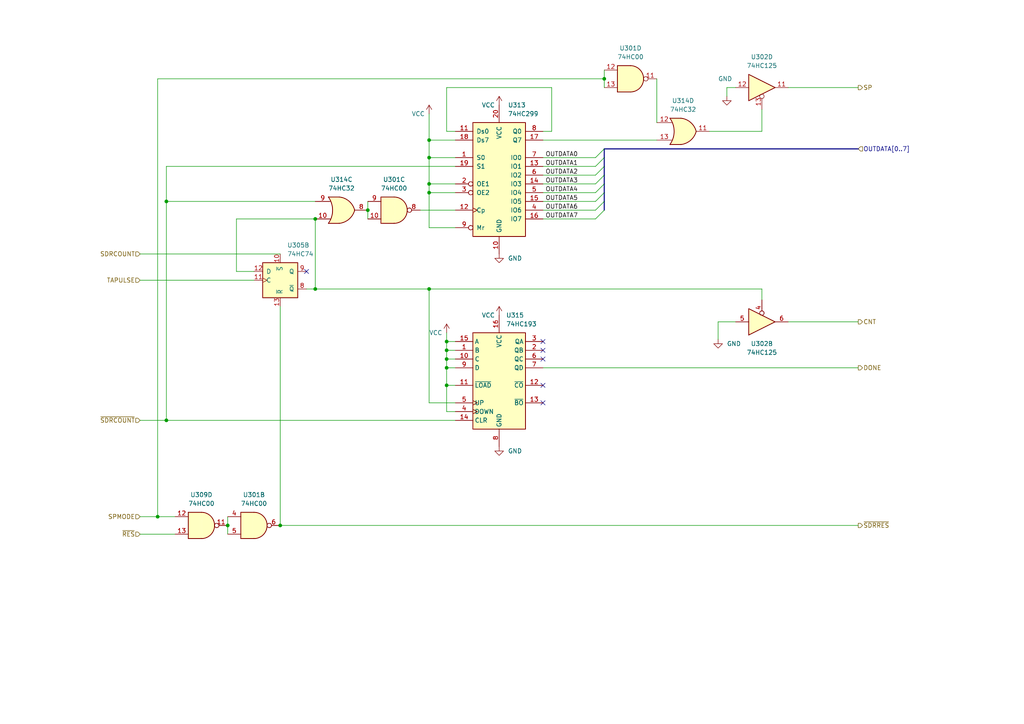
<source format=kicad_sch>
(kicad_sch (version 20211123) (generator eeschema)
  (paper "A4")
  (title_block (title "74HCT6526 Board 3") (date "2022-10-08") (rev "0.1.2") (company "Daniel Molina") (comment 1 "https://github.com/dmolinagarcia/74HCT6526"))
  (lib_symbols
    (symbol "74xx:74HC00" (pin_names (offset 1.016))
      (property "Reference" "U" (at 0 1.27 0))
      (property "Value" "74HC00" (at 0 -1.27 0))
      (symbol "74HC00_1_1"
        (arc (start 0 -3.81) (mid 3.81 0) (end 0 3.81) (stroke (width 0.254)) (fill (type background)))
        (polyline (pts (xy 0 3.81) (xy -3.81 3.81) (xy -3.81 -3.81) (xy 0 -3.81)) (stroke (width 0.254)) (fill (type background)))
        (pin input line (at -7.62 2.54 0) (length 3.81) (name "~") (number "1"))
        (pin input line (at -7.62 -2.54 0) (length 3.81) (name "~") (number "2"))
        (pin output inverted (at 7.62 0 180) (length 3.81) (name "~") (number "3"))
      )
      (symbol "74HC00_1_2"
        (arc (start -3.81 -3.81) (mid -2.589 0) (end -3.81 3.81) (stroke (width 0.254)))
        (arc (start -0.6096 -3.81) (mid 2.1842 -2.5851) (end 3.81 0) (stroke (width 0.254)) (fill (type background)))
        (polyline (pts (xy -3.81 -3.81) (xy -0.635 -3.81)) (stroke (width 0.254)) (fill (type background)))
        (polyline (pts (xy -3.81 3.81) (xy -0.635 3.81)) (stroke (width 0.254)) (fill (type background)))
        (polyline (pts (xy -0.635 3.81) (xy -3.81 3.81) (xy -3.81 3.81) (xy -3.556 3.4036) (xy -3.0226 2.2606) (xy -2.6924 1.0414) (xy -2.6162 -0.254) (xy -2.7686 -1.4986) (xy -3.175 -2.7178) (xy -3.81 -3.81) (xy -3.81 -3.81) (xy -0.635 -3.81)) (stroke (width -25.4)) (fill (type background)))
        (arc (start 3.81 0) (mid 2.1915 2.5936) (end -0.6096 3.81) (stroke (width 0.254)) (fill (type background)))
        (pin input inverted (at -7.62 2.54 0) (length 4.318) (name "~") (number "1"))
        (pin input inverted (at -7.62 -2.54 0) (length 4.318) (name "~") (number "2"))
        (pin output line (at 7.62 0 180) (length 3.81) (name "~") (number "3"))
      )
      (symbol "74HC00_2_1"
        (arc (start 0 -3.81) (mid 3.81 0) (end 0 3.81) (stroke (width 0.254)) (fill (type background)))
        (polyline (pts (xy 0 3.81) (xy -3.81 3.81) (xy -3.81 -3.81) (xy 0 -3.81)) (stroke (width 0.254)) (fill (type background)))
        (pin input line (at -7.62 2.54 0) (length 3.81) (name "~") (number "4"))
        (pin input line (at -7.62 -2.54 0) (length 3.81) (name "~") (number "5"))
        (pin output inverted (at 7.62 0 180) (length 3.81) (name "~") (number "6"))
      )
      (symbol "74HC00_2_2"
        (arc (start -3.81 -3.81) (mid -2.589 0) (end -3.81 3.81) (stroke (width 0.254)))
        (arc (start -0.6096 -3.81) (mid 2.1842 -2.5851) (end 3.81 0) (stroke (width 0.254)) (fill (type background)))
        (polyline (pts (xy -3.81 -3.81) (xy -0.635 -3.81)) (stroke (width 0.254)) (fill (type background)))
        (polyline (pts (xy -3.81 3.81) (xy -0.635 3.81)) (stroke (width 0.254)) (fill (type background)))
        (polyline (pts (xy -0.635 3.81) (xy -3.81 3.81) (xy -3.81 3.81) (xy -3.556 3.4036) (xy -3.0226 2.2606) (xy -2.6924 1.0414) (xy -2.6162 -0.254) (xy -2.7686 -1.4986) (xy -3.175 -2.7178) (xy -3.81 -3.81) (xy -3.81 -3.81) (xy -0.635 -3.81)) (stroke (width -25.4)) (fill (type background)))
        (arc (start 3.81 0) (mid 2.1915 2.5936) (end -0.6096 3.81) (stroke (width 0.254)) (fill (type background)))
        (pin input inverted (at -7.62 2.54 0) (length 4.318) (name "~") (number "4"))
        (pin input inverted (at -7.62 -2.54 0) (length 4.318) (name "~") (number "5"))
        (pin output line (at 7.62 0 180) (length 3.81) (name "~") (number "6"))
      )
      (symbol "74HC00_3_1"
        (arc (start 0 -3.81) (mid 3.81 0) (end 0 3.81) (stroke (width 0.254)) (fill (type background)))
        (polyline (pts (xy 0 3.81) (xy -3.81 3.81) (xy -3.81 -3.81) (xy 0 -3.81)) (stroke (width 0.254)) (fill (type background)))
        (pin input line (at -7.62 -2.54 0) (length 3.81) (name "~") (number "10"))
        (pin output inverted (at 7.62 0 180) (length 3.81) (name "~") (number "8"))
        (pin input line (at -7.62 2.54 0) (length 3.81) (name "~") (number "9"))
      )
      (symbol "74HC00_3_2"
        (arc (start -3.81 -3.81) (mid -2.589 0) (end -3.81 3.81) (stroke (width 0.254)))
        (arc (start -0.6096 -3.81) (mid 2.1842 -2.5851) (end 3.81 0) (stroke (width 0.254)) (fill (type background)))
        (polyline (pts (xy -3.81 -3.81) (xy -0.635 -3.81)) (stroke (width 0.254)) (fill (type background)))
        (polyline (pts (xy -3.81 3.81) (xy -0.635 3.81)) (stroke (width 0.254)) (fill (type background)))
        (polyline (pts (xy -0.635 3.81) (xy -3.81 3.81) (xy -3.81 3.81) (xy -3.556 3.4036) (xy -3.0226 2.2606) (xy -2.6924 1.0414) (xy -2.6162 -0.254) (xy -2.7686 -1.4986) (xy -3.175 -2.7178) (xy -3.81 -3.81) (xy -3.81 -3.81) (xy -0.635 -3.81)) (stroke (width -25.4)) (fill (type background)))
        (arc (start 3.81 0) (mid 2.1915 2.5936) (end -0.6096 3.81) (stroke (width 0.254)) (fill (type background)))
        (pin input inverted (at -7.62 -2.54 0) (length 4.318) (name "~") (number "10"))
        (pin output line (at 7.62 0 180) (length 3.81) (name "~") (number "8"))
        (pin input inverted (at -7.62 2.54 0) (length 4.318) (name "~") (number "9"))
      )
      (symbol "74HC00_4_1"
        (arc (start 0 -3.81) (mid 3.81 0) (end 0 3.81) (stroke (width 0.254)) (fill (type background)))
        (polyline (pts (xy 0 3.81) (xy -3.81 3.81) (xy -3.81 -3.81) (xy 0 -3.81)) (stroke (width 0.254)) (fill (type background)))
        (pin output inverted (at 7.62 0 180) (length 3.81) (name "~") (number "11"))
        (pin input line (at -7.62 2.54 0) (length 3.81) (name "~") (number "12"))
        (pin input line (at -7.62 -2.54 0) (length 3.81) (name "~") (number "13"))
      )
      (symbol "74HC00_4_2"
        (arc (start -3.81 -3.81) (mid -2.589 0) (end -3.81 3.81) (stroke (width 0.254)))
        (arc (start -0.6096 -3.81) (mid 2.1842 -2.5851) (end 3.81 0) (stroke (width 0.254)) (fill (type background)))
        (polyline (pts (xy -3.81 -3.81) (xy -0.635 -3.81)) (stroke (width 0.254)) (fill (type background)))
        (polyline (pts (xy -3.81 3.81) (xy -0.635 3.81)) (stroke (width 0.254)) (fill (type background)))
        (polyline (pts (xy -0.635 3.81) (xy -3.81 3.81) (xy -3.81 3.81) (xy -3.556 3.4036) (xy -3.0226 2.2606) (xy -2.6924 1.0414) (xy -2.6162 -0.254) (xy -2.7686 -1.4986) (xy -3.175 -2.7178) (xy -3.81 -3.81) (xy -3.81 -3.81) (xy -0.635 -3.81)) (stroke (width -25.4)) (fill (type background)))
        (arc (start 3.81 0) (mid 2.1915 2.5936) (end -0.6096 3.81) (stroke (width 0.254)) (fill (type background)))
        (pin output line (at 7.62 0 180) (length 3.81) (name "~") (number "11"))
        (pin input inverted (at -7.62 2.54 0) (length 4.318) (name "~") (number "12"))
        (pin input inverted (at -7.62 -2.54 0) (length 4.318) (name "~") (number "13"))
      )
      (symbol "74HC00_5_0"
        (pin power_in line (at 0 12.7 270) (length 5.08) (name "VCC") (number "14"))
        (pin power_in line (at 0 -12.7 90) (length 5.08) (name "GND") (number "7"))
      )
      (symbol "74HC00_5_1"
        (rectangle (start -5.08 7.62) (end 5.08 -7.62) (stroke (width 0.254)) (fill (type background)))
      )
    )
    (symbol "74xx:74HC74" (pin_names (offset 1.016))
      (property "Reference" "U" (at -7.62 8.89 0))
      (property "Value" "74HC74" (at -7.62 -8.89 0))
      (symbol "74HC74_1_0"
        (pin input line (at 0 -7.62 90) (length 2.54) (name "~{R}") (number "1"))
        (pin input line (at -7.62 2.54 0) (length 2.54) (name "D") (number "2"))
        (pin input clock (at -7.62 0 0) (length 2.54) (name "C") (number "3"))
        (pin input line (at 0 7.62 270) (length 2.54) (name "~{S}") (number "4"))
        (pin output line (at 7.62 2.54 180) (length 2.54) (name "Q") (number "5"))
        (pin output line (at 7.62 -2.54 180) (length 2.54) (name "~{Q}") (number "6"))
      )
      (symbol "74HC74_1_1"
        (rectangle (start -5.08 5.08) (end 5.08 -5.08) (stroke (width 0.254)) (fill (type background)))
      )
      (symbol "74HC74_2_0"
        (pin input line (at 0 7.62 270) (length 2.54) (name "~{S}") (number "10"))
        (pin input clock (at -7.62 0 0) (length 2.54) (name "C") (number "11"))
        (pin input line (at -7.62 2.54 0) (length 2.54) (name "D") (number "12"))
        (pin input line (at 0 -7.62 90) (length 2.54) (name "~{R}") (number "13"))
        (pin output line (at 7.62 -2.54 180) (length 2.54) (name "~{Q}") (number "8"))
        (pin output line (at 7.62 2.54 180) (length 2.54) (name "Q") (number "9"))
      )
      (symbol "74HC74_2_1"
        (rectangle (start -5.08 5.08) (end 5.08 -5.08) (stroke (width 0.254)) (fill (type background)))
      )
      (symbol "74HC74_3_0"
        (pin power_in line (at 0 10.16 270) (length 2.54) (name "VCC") (number "14"))
        (pin power_in line (at 0 -10.16 90) (length 2.54) (name "GND") (number "7"))
      )
      (symbol "74HC74_3_1"
        (rectangle (start -5.08 7.62) (end 5.08 -7.62) (stroke (width 0.254)) (fill (type background)))
      )
    )
    (symbol "74xx:74LS125" (pin_names (offset 1.016))
      (property "Reference" "U" (at 0 1.27 0))
      (property "Value" "74LS125" (at 0 -1.27 0))
      (symbol "74LS125_1_0"
        (polyline (pts (xy -3.81 3.81) (xy -3.81 -3.81) (xy 3.81 0) (xy -3.81 3.81)) (stroke (width 0.254)) (fill (type background)))
        (pin input inverted (at 0 -6.35 90) (length 4.445) (name "~") (number "1"))
        (pin input line (at -7.62 0 0) (length 3.81) (name "~") (number "2"))
        (pin tri_state line (at 7.62 0 180) (length 3.81) (name "~") (number "3"))
      )
      (symbol "74LS125_2_0"
        (polyline (pts (xy -3.81 3.81) (xy -3.81 -3.81) (xy 3.81 0) (xy -3.81 3.81)) (stroke (width 0.254)) (fill (type background)))
        (pin input inverted (at 0 -6.35 90) (length 4.445) (name "~") (number "4"))
        (pin input line (at -7.62 0 0) (length 3.81) (name "~") (number "5"))
        (pin tri_state line (at 7.62 0 180) (length 3.81) (name "~") (number "6"))
      )
      (symbol "74LS125_3_0"
        (polyline (pts (xy -3.81 3.81) (xy -3.81 -3.81) (xy 3.81 0) (xy -3.81 3.81)) (stroke (width 0.254)) (fill (type background)))
        (pin input inverted (at 0 -6.35 90) (length 4.445) (name "~") (number "10"))
        (pin tri_state line (at 7.62 0 180) (length 3.81) (name "~") (number "8"))
        (pin input line (at -7.62 0 0) (length 3.81) (name "~") (number "9"))
      )
      (symbol "74LS125_4_0"
        (polyline (pts (xy -3.81 3.81) (xy -3.81 -3.81) (xy 3.81 0) (xy -3.81 3.81)) (stroke (width 0.254)) (fill (type background)))
        (pin tri_state line (at 7.62 0 180) (length 3.81) (name "~") (number "11"))
        (pin input line (at -7.62 0 0) (length 3.81) (name "~") (number "12"))
        (pin input inverted (at 0 -6.35 90) (length 4.445) (name "~") (number "13"))
      )
      (symbol "74LS125_5_0"
        (pin power_in line (at 0 12.7 270) (length 5.08) (name "VCC") (number "14"))
        (pin power_in line (at 0 -12.7 90) (length 5.08) (name "GND") (number "7"))
      )
      (symbol "74LS125_5_1"
        (rectangle (start -5.08 7.62) (end 5.08 -7.62) (stroke (width 0.254)) (fill (type background)))
      )
    )
    (symbol "74xx:74LS193"
      (property "Reference" "U" (at -7.62 13.97 0))
      (property "Value" "74LS193" (at 5.08 13.97 0))
      (symbol "74LS193_1_0"
        (pin input line (at -12.7 7.62 0) (length 5.08) (name "B") (number "1"))
        (pin input line (at -12.7 5.08 0) (length 5.08) (name "C") (number "10"))
        (pin input line (at -12.7 -2.54 0) (length 5.08) (name "~{LOAD}") (number "11"))
        (pin output line (at 12.7 -2.54 180) (length 5.08) (name "~{CO}") (number "12"))
        (pin output line (at 12.7 -7.62 180) (length 5.08) (name "~{BO}") (number "13"))
        (pin input line (at -12.7 -12.7 0) (length 5.08) (name "CLR") (number "14"))
        (pin input line (at -12.7 10.16 0) (length 5.08) (name "A") (number "15"))
        (pin power_in line (at 0 17.78 270) (length 5.08) (name "VCC") (number "16"))
        (pin output line (at 12.7 7.62 180) (length 5.08) (name "QB") (number "2"))
        (pin output line (at 12.7 10.16 180) (length 5.08) (name "QA") (number "3"))
        (pin input clock (at -12.7 -10.16 0) (length 5.08) (name "DOWN") (number "4"))
        (pin input clock (at -12.7 -7.62 0) (length 5.08) (name "UP") (number "5"))
        (pin output line (at 12.7 5.08 180) (length 5.08) (name "QC") (number "6"))
        (pin output line (at 12.7 2.54 180) (length 5.08) (name "QD") (number "7"))
        (pin power_in line (at 0 -20.32 90) (length 5.08) (name "GND") (number "8"))
        (pin input line (at -12.7 2.54 0) (length 5.08) (name "D") (number "9"))
      )
      (symbol "74LS193_1_1"
        (rectangle (start -7.62 12.7) (end 7.62 -15.24) (stroke (width 0.254)) (fill (type background)))
      )
    )
    (symbol "74xx:74LS299" (pin_names (offset 1.016))
      (property "Reference" "U" (at -7.62 16.51 0))
      (property "Value" "74LS299" (at -7.62 -19.05 0))
      (symbol "74LS299_1_0"
        (pin input line (at -12.7 5.08 0) (length 5.08) (name "S0") (number "1"))
        (pin power_in line (at 0 -22.86 90) (length 5.08) (name "GND") (number "10"))
        (pin input line (at -12.7 12.7 0) (length 5.08) (name "Ds0") (number "11"))
        (pin input clock (at -12.7 -10.16 0) (length 5.08) (name "Cp") (number "12"))
        (pin tri_state line (at 12.7 2.54 180) (length 5.08) (name "IO1") (number "13"))
        (pin tri_state line (at 12.7 -2.54 180) (length 5.08) (name "IO3") (number "14"))
        (pin tri_state line (at 12.7 -7.62 180) (length 5.08) (name "IO5") (number "15"))
        (pin tri_state line (at 12.7 -12.7 180) (length 5.08) (name "IO7") (number "16"))
        (pin output line (at 12.7 10.16 180) (length 5.08) (name "Q7") (number "17"))
        (pin input line (at -12.7 10.16 0) (length 5.08) (name "Ds7") (number "18"))
        (pin input line (at -12.7 2.54 0) (length 5.08) (name "S1") (number "19"))
        (pin input inverted (at -12.7 -2.54 0) (length 5.08) (name "OE1") (number "2"))
        (pin power_in line (at 0 20.32 270) (length 5.08) (name "VCC") (number "20"))
        (pin input inverted (at -12.7 -5.08 0) (length 5.08) (name "OE2") (number "3"))
        (pin tri_state line (at 12.7 -10.16 180) (length 5.08) (name "IO6") (number "4"))
        (pin tri_state line (at 12.7 -5.08 180) (length 5.08) (name "IO4") (number "5"))
        (pin tri_state line (at 12.7 0 180) (length 5.08) (name "IO2") (number "6"))
        (pin tri_state line (at 12.7 5.08 180) (length 5.08) (name "IO0") (number "7"))
        (pin output line (at 12.7 12.7 180) (length 5.08) (name "Q0") (number "8"))
        (pin input inverted (at -12.7 -15.24 0) (length 5.08) (name "Mr") (number "9"))
      )
      (symbol "74LS299_1_1"
        (rectangle (start -7.62 15.24) (end 7.62 -17.78) (stroke (width 0.254)) (fill (type background)))
      )
    )
    (symbol "74xx:74LS32" (pin_names (offset 1.016))
      (property "Reference" "U" (at 0 1.27 0))
      (property "Value" "74LS32" (at 0 -1.27 0))
      (symbol "74LS32_1_1"
        (arc (start -3.81 -3.81) (mid -2.589 0) (end -3.81 3.81) (stroke (width 0.254)))
        (arc (start -0.6096 -3.81) (mid 2.1842 -2.5851) (end 3.81 0) (stroke (width 0.254)) (fill (type background)))
        (polyline (pts (xy -3.81 -3.81) (xy -0.635 -3.81)) (stroke (width 0.254)) (fill (type background)))
        (polyline (pts (xy -3.81 3.81) (xy -0.635 3.81)) (stroke (width 0.254)) (fill (type background)))
        (polyline (pts (xy -0.635 3.81) (xy -3.81 3.81) (xy -3.81 3.81) (xy -3.556 3.4036) (xy -3.0226 2.2606) (xy -2.6924 1.0414) (xy -2.6162 -0.254) (xy -2.7686 -1.4986) (xy -3.175 -2.7178) (xy -3.81 -3.81) (xy -3.81 -3.81) (xy -0.635 -3.81)) (stroke (width -25.4)) (fill (type background)))
        (arc (start 3.81 0) (mid 2.1915 2.5936) (end -0.6096 3.81) (stroke (width 0.254)) (fill (type background)))
        (pin input line (at -7.62 2.54 0) (length 4.318) (name "~") (number "1"))
        (pin input line (at -7.62 -2.54 0) (length 4.318) (name "~") (number "2"))
        (pin output line (at 7.62 0 180) (length 3.81) (name "~") (number "3"))
      )
      (symbol "74LS32_1_2"
        (arc (start 0 -3.81) (mid 3.81 0) (end 0 3.81) (stroke (width 0.254)) (fill (type background)))
        (polyline (pts (xy 0 3.81) (xy -3.81 3.81) (xy -3.81 -3.81) (xy 0 -3.81)) (stroke (width 0.254)) (fill (type background)))
        (pin input inverted (at -7.62 2.54 0) (length 3.81) (name "~") (number "1"))
        (pin input inverted (at -7.62 -2.54 0) (length 3.81) (name "~") (number "2"))
        (pin output inverted (at 7.62 0 180) (length 3.81) (name "~") (number "3"))
      )
      (symbol "74LS32_2_1"
        (arc (start -3.81 -3.81) (mid -2.589 0) (end -3.81 3.81) (stroke (width 0.254)))
        (arc (start -0.6096 -3.81) (mid 2.1842 -2.5851) (end 3.81 0) (stroke (width 0.254)) (fill (type background)))
        (polyline (pts (xy -3.81 -3.81) (xy -0.635 -3.81)) (stroke (width 0.254)) (fill (type background)))
        (polyline (pts (xy -3.81 3.81) (xy -0.635 3.81)) (stroke (width 0.254)) (fill (type background)))
        (polyline (pts (xy -0.635 3.81) (xy -3.81 3.81) (xy -3.81 3.81) (xy -3.556 3.4036) (xy -3.0226 2.2606) (xy -2.6924 1.0414) (xy -2.6162 -0.254) (xy -2.7686 -1.4986) (xy -3.175 -2.7178) (xy -3.81 -3.81) (xy -3.81 -3.81) (xy -0.635 -3.81)) (stroke (width -25.4)) (fill (type background)))
        (arc (start 3.81 0) (mid 2.1915 2.5936) (end -0.6096 3.81) (stroke (width 0.254)) (fill (type background)))
        (pin input line (at -7.62 2.54 0) (length 4.318) (name "~") (number "4"))
        (pin input line (at -7.62 -2.54 0) (length 4.318) (name "~") (number "5"))
        (pin output line (at 7.62 0 180) (length 3.81) (name "~") (number "6"))
      )
      (symbol "74LS32_2_2"
        (arc (start 0 -3.81) (mid 3.81 0) (end 0 3.81) (stroke (width 0.254)) (fill (type background)))
        (polyline (pts (xy 0 3.81) (xy -3.81 3.81) (xy -3.81 -3.81) (xy 0 -3.81)) (stroke (width 0.254)) (fill (type background)))
        (pin input inverted (at -7.62 2.54 0) (length 3.81) (name "~") (number "4"))
        (pin input inverted (at -7.62 -2.54 0) (length 3.81) (name "~") (number "5"))
        (pin output inverted (at 7.62 0 180) (length 3.81) (name "~") (number "6"))
      )
      (symbol "74LS32_3_1"
        (arc (start -3.81 -3.81) (mid -2.589 0) (end -3.81 3.81) (stroke (width 0.254)))
        (arc (start -0.6096 -3.81) (mid 2.1842 -2.5851) (end 3.81 0) (stroke (width 0.254)) (fill (type background)))
        (polyline (pts (xy -3.81 -3.81) (xy -0.635 -3.81)) (stroke (width 0.254)) (fill (type background)))
        (polyline (pts (xy -3.81 3.81) (xy -0.635 3.81)) (stroke (width 0.254)) (fill (type background)))
        (polyline (pts (xy -0.635 3.81) (xy -3.81 3.81) (xy -3.81 3.81) (xy -3.556 3.4036) (xy -3.0226 2.2606) (xy -2.6924 1.0414) (xy -2.6162 -0.254) (xy -2.7686 -1.4986) (xy -3.175 -2.7178) (xy -3.81 -3.81) (xy -3.81 -3.81) (xy -0.635 -3.81)) (stroke (width -25.4)) (fill (type background)))
        (arc (start 3.81 0) (mid 2.1915 2.5936) (end -0.6096 3.81) (stroke (width 0.254)) (fill (type background)))
        (pin input line (at -7.62 -2.54 0) (length 4.318) (name "~") (number "10"))
        (pin output line (at 7.62 0 180) (length 3.81) (name "~") (number "8"))
        (pin input line (at -7.62 2.54 0) (length 4.318) (name "~") (number "9"))
      )
      (symbol "74LS32_3_2"
        (arc (start 0 -3.81) (mid 3.81 0) (end 0 3.81) (stroke (width 0.254)) (fill (type background)))
        (polyline (pts (xy 0 3.81) (xy -3.81 3.81) (xy -3.81 -3.81) (xy 0 -3.81)) (stroke (width 0.254)) (fill (type background)))
        (pin input inverted (at -7.62 -2.54 0) (length 3.81) (name "~") (number "10"))
        (pin output inverted (at 7.62 0 180) (length 3.81) (name "~") (number "8"))
        (pin input inverted (at -7.62 2.54 0) (length 3.81) (name "~") (number "9"))
      )
      (symbol "74LS32_4_1"
        (arc (start -3.81 -3.81) (mid -2.589 0) (end -3.81 3.81) (stroke (width 0.254)))
        (arc (start -0.6096 -3.81) (mid 2.1842 -2.5851) (end 3.81 0) (stroke (width 0.254)) (fill (type background)))
        (polyline (pts (xy -3.81 -3.81) (xy -0.635 -3.81)) (stroke (width 0.254)) (fill (type background)))
        (polyline (pts (xy -3.81 3.81) (xy -0.635 3.81)) (stroke (width 0.254)) (fill (type background)))
        (polyline (pts (xy -0.635 3.81) (xy -3.81 3.81) (xy -3.81 3.81) (xy -3.556 3.4036) (xy -3.0226 2.2606) (xy -2.6924 1.0414) (xy -2.6162 -0.254) (xy -2.7686 -1.4986) (xy -3.175 -2.7178) (xy -3.81 -3.81) (xy -3.81 -3.81) (xy -0.635 -3.81)) (stroke (width -25.4)) (fill (type background)))
        (arc (start 3.81 0) (mid 2.1915 2.5936) (end -0.6096 3.81) (stroke (width 0.254)) (fill (type background)))
        (pin output line (at 7.62 0 180) (length 3.81) (name "~") (number "11"))
        (pin input line (at -7.62 2.54 0) (length 4.318) (name "~") (number "12"))
        (pin input line (at -7.62 -2.54 0) (length 4.318) (name "~") (number "13"))
      )
      (symbol "74LS32_4_2"
        (arc (start 0 -3.81) (mid 3.81 0) (end 0 3.81) (stroke (width 0.254)) (fill (type background)))
        (polyline (pts (xy 0 3.81) (xy -3.81 3.81) (xy -3.81 -3.81) (xy 0 -3.81)) (stroke (width 0.254)) (fill (type background)))
        (pin output inverted (at 7.62 0 180) (length 3.81) (name "~") (number "11"))
        (pin input inverted (at -7.62 2.54 0) (length 3.81) (name "~") (number "12"))
        (pin input inverted (at -7.62 -2.54 0) (length 3.81) (name "~") (number "13"))
      )
      (symbol "74LS32_5_0"
        (pin power_in line (at 0 12.7 270) (length 5.08) (name "VCC") (number "14"))
        (pin power_in line (at 0 -12.7 90) (length 5.08) (name "GND") (number "7"))
      )
      (symbol "74LS32_5_1"
        (rectangle (start -5.08 7.62) (end 5.08 -7.62) (stroke (width 0.254)) (fill (type background)))
      )
    )
    (symbol "power:GND" (power) (pin_names (offset 0))
      (property "Value" "GND" (at 0 -3.81 0))
      (symbol "GND_0_1"
        (polyline (pts (xy 0 0) (xy 0 -1.27) (xy 1.27 -1.27) (xy 0 -2.54) (xy -1.27 -1.27) (xy 0 -1.27)))
      )
      (symbol "GND_1_1"
        (pin power_in line (at 0 0 270) (length 0) hide (name "GND") (number "1"))
      )
    )
    (symbol "power:VCC" (power) (pin_names (offset 0))
      (property "Value" "VCC" (at 0 3.81 0))
      (symbol "VCC_0_1"
        (polyline (pts (xy -0.762 1.27) (xy 0 2.54)))
        (polyline (pts (xy 0 0) (xy 0 2.54)))
        (polyline (pts (xy 0 2.54) (xy 0.762 1.27)))
      )
      (symbol "VCC_1_1"
        (pin power_in line (at 0 0 90) (length 0) hide (name "VCC") (number "1"))
      )
    )
  )
  (junction (at 175.26 22.86))
  (junction (at 48.26 121.92))
  (junction (at 129.54 111.76))
  (junction (at 66.04 152.4))
  (junction (at 124.46 40.64))
  (junction (at 91.44 83.82))
  (junction (at 129.54 104.14))
  (junction (at 129.54 99.06))
  (junction (at 91.44 63.5))
  (junction (at 45.72 149.86))
  (junction (at 124.46 55.88))
  (junction (at 81.28 152.4))
  (junction (at 124.46 83.82))
  (junction (at 129.54 106.68))
  (junction (at 48.26 58.42))
  (junction (at 106.68 60.96))
  (junction (at 124.46 45.72))
  (junction (at 124.46 53.34))
  (junction (at 129.54 101.6))
  (no_connect (at 88.9 78.74))
  (no_connect (at 157.48 101.6))
  (no_connect (at 157.48 104.14))
  (no_connect (at 157.48 111.76))
  (no_connect (at 157.48 116.84))
  (no_connect (at 157.48 99.06))
  (bus_entry (at 172.72 45.72) (size 2.54 -2.54))
  (bus_entry (at 172.72 55.88) (size 2.54 -2.54))
  (bus_entry (at 172.72 63.5) (size 2.54 -2.54))
  (bus_entry (at 172.72 53.34) (size 2.54 -2.54))
  (bus_entry (at 172.72 58.42) (size 2.54 -2.54))
  (bus_entry (at 172.72 50.8) (size 2.54 -2.54))
  (bus_entry (at 172.72 60.96) (size 2.54 -2.54))
  (bus_entry (at 172.72 48.26) (size 2.54 -2.54))
  (wire (pts (xy 124.46 33.02) (xy 124.46 40.64)))
  (wire (pts (xy 124.46 53.34) (xy 124.46 45.72)))
  (wire (pts (xy 68.58 78.74) (xy 68.58 63.5)))
  (wire (pts (xy 205.74 38.1) (xy 220.98 38.1)))
  (wire (pts (xy 157.48 58.42) (xy 172.72 58.42)))
  (wire (pts (xy 220.98 83.82) (xy 220.98 86.995)))
  (wire (pts (xy 132.08 53.34) (xy 124.46 53.34)))
  (wire (pts (xy 121.92 60.96) (xy 132.08 60.96)))
  (wire (pts (xy 160.02 38.1) (xy 157.48 38.1)))
  (wire (pts (xy 129.54 104.14) (xy 132.08 104.14)))
  (wire (pts (xy 228.6 25.4) (xy 248.92 25.4)))
  (wire (pts (xy 124.46 40.64) (xy 124.46 45.72)))
  (bus (pts (xy 175.26 55.88) (xy 175.26 58.42)))
  (wire (pts (xy 157.48 60.96) (xy 172.72 60.96)))
  (wire (pts (xy 129.54 119.38) (xy 132.08 119.38)))
  (wire (pts (xy 81.28 88.9) (xy 81.28 152.4)))
  (wire (pts (xy 213.36 25.4) (xy 210.82 25.4)))
  (wire (pts (xy 91.44 58.42) (xy 48.26 58.42)))
  (wire (pts (xy 124.46 83.82) (xy 124.46 116.84)))
  (wire (pts (xy 175.26 22.86) (xy 45.72 22.86)))
  (wire (pts (xy 129.54 99.06) (xy 132.08 99.06)))
  (wire (pts (xy 157.48 50.8) (xy 172.72 50.8)))
  (wire (pts (xy 208.28 93.345) (xy 208.28 98.425)))
  (wire (pts (xy 40.64 149.86) (xy 45.72 149.86)))
  (bus (pts (xy 175.26 58.42) (xy 175.26 60.96)))
  (wire (pts (xy 175.26 20.32) (xy 175.26 22.86)))
  (wire (pts (xy 175.26 22.86) (xy 175.26 25.4)))
  (wire (pts (xy 129.54 106.68) (xy 129.54 111.76)))
  (bus (pts (xy 175.26 53.34) (xy 175.26 55.88)))
  (wire (pts (xy 81.28 152.4) (xy 248.92 152.4)))
  (wire (pts (xy 124.46 116.84) (xy 132.08 116.84)))
  (wire (pts (xy 124.46 55.88) (xy 124.46 53.34)))
  (wire (pts (xy 106.68 58.42) (xy 106.68 60.96)))
  (wire (pts (xy 157.48 48.26) (xy 172.72 48.26)))
  (wire (pts (xy 124.46 83.82) (xy 220.98 83.82)))
  (wire (pts (xy 157.48 40.64) (xy 190.5 40.64)))
  (wire (pts (xy 129.54 111.76) (xy 132.08 111.76)))
  (wire (pts (xy 228.6 93.345) (xy 248.92 93.345)))
  (wire (pts (xy 40.64 73.66) (xy 81.28 73.66)))
  (wire (pts (xy 132.08 66.04) (xy 124.46 66.04)))
  (wire (pts (xy 66.04 152.4) (xy 66.04 149.86)))
  (wire (pts (xy 88.9 83.82) (xy 91.44 83.82)))
  (wire (pts (xy 129.54 101.6) (xy 132.08 101.6)))
  (wire (pts (xy 129.54 111.76) (xy 129.54 119.38)))
  (wire (pts (xy 160.02 25.4) (xy 160.02 38.1)))
  (wire (pts (xy 48.26 121.92) (xy 132.08 121.92)))
  (wire (pts (xy 40.64 81.28) (xy 73.66 81.28)))
  (wire (pts (xy 157.48 55.88) (xy 172.72 55.88)))
  (wire (pts (xy 157.48 63.5) (xy 172.72 63.5)))
  (wire (pts (xy 124.46 66.04) (xy 124.46 55.88)))
  (wire (pts (xy 129.54 96.52) (xy 129.54 99.06)))
  (wire (pts (xy 132.08 38.1) (xy 129.54 38.1)))
  (wire (pts (xy 106.68 60.96) (xy 106.68 63.5)))
  (wire (pts (xy 40.64 154.94) (xy 50.8 154.94)))
  (wire (pts (xy 48.26 58.42) (xy 48.26 121.92)))
  (bus (pts (xy 175.26 48.26) (xy 175.26 50.8)))
  (wire (pts (xy 129.54 104.14) (xy 129.54 106.68)))
  (wire (pts (xy 91.44 63.5) (xy 91.44 83.82)))
  (wire (pts (xy 91.44 83.82) (xy 124.46 83.82)))
  (wire (pts (xy 66.04 152.4) (xy 66.04 154.94)))
  (wire (pts (xy 73.66 78.74) (xy 68.58 78.74)))
  (wire (pts (xy 220.98 31.75) (xy 220.98 38.1)))
  (wire (pts (xy 124.46 45.72) (xy 132.08 45.72)))
  (wire (pts (xy 129.54 99.06) (xy 129.54 101.6)))
  (wire (pts (xy 45.72 22.86) (xy 45.72 149.86)))
  (bus (pts (xy 175.26 43.18) (xy 175.26 45.72)))
  (bus (pts (xy 175.26 50.8) (xy 175.26 53.34)))
  (wire (pts (xy 132.08 48.26) (xy 48.26 48.26)))
  (wire (pts (xy 124.46 40.64) (xy 132.08 40.64)))
  (wire (pts (xy 129.54 25.4) (xy 160.02 25.4)))
  (wire (pts (xy 40.64 121.92) (xy 48.26 121.92)))
  (wire (pts (xy 157.48 45.72) (xy 172.72 45.72)))
  (wire (pts (xy 190.5 22.86) (xy 190.5 35.56)))
  (wire (pts (xy 132.08 55.88) (xy 124.46 55.88)))
  (wire (pts (xy 129.54 106.68) (xy 132.08 106.68)))
  (wire (pts (xy 45.72 149.86) (xy 50.8 149.86)))
  (wire (pts (xy 210.82 25.4) (xy 210.82 27.94)))
  (wire (pts (xy 157.48 106.68) (xy 248.92 106.68)))
  (wire (pts (xy 157.48 53.34) (xy 172.72 53.34)))
  (wire (pts (xy 68.58 63.5) (xy 91.44 63.5)))
  (wire (pts (xy 129.54 38.1) (xy 129.54 25.4)))
  (wire (pts (xy 48.26 48.26) (xy 48.26 58.42)))
  (wire (pts (xy 213.36 93.345) (xy 208.28 93.345)))
  (bus (pts (xy 175.26 43.18) (xy 248.92 43.18)))
  (wire (pts (xy 129.54 101.6) (xy 129.54 104.14)))
  (bus (pts (xy 175.26 45.72) (xy 175.26 48.26)))
  (label "OUTDATA7" (at 167.64 63.5 180))
  (label "OUTDATA6" (at 167.64 60.96 180))
  (label "OUTDATA4" (at 167.64 55.88 180))
  (label "OUTDATA1" (at 167.64 48.26 180))
  (label "OUTDATA5" (at 167.64 58.42 180))
  (label "OUTDATA3" (at 167.64 53.34 180))
  (label "OUTDATA2" (at 167.64 50.8 180))
  (label "OUTDATA0" (at 167.64 45.72 180))
  (hierarchical_label "~{RES}" (shape input) (at 40.64 154.94 180))
  (hierarchical_label "OUTDATA[0..7]" (shape input) (at 248.92 43.18 0))
  (hierarchical_label "~{SDRCOUNT}" (shape input) (at 40.64 121.92 180))
  (hierarchical_label "SP" (shape output) (at 248.92 25.4 0))
  (hierarchical_label "SDRCOUNT" (shape input) (at 40.64 73.66 180))
  (hierarchical_label "CNT" (shape output) (at 248.92 93.345 0))
  (hierarchical_label "DONE" (shape output) (at 248.92 106.68 0))
  (hierarchical_label "SPMODE" (shape input) (at 40.64 149.86 180))
  (hierarchical_label "~{SDRRES}" (shape output) (at 248.92 152.4 0))
  (hierarchical_label "TAPULSE" (shape input) (at 40.64 81.28 180))
  (symbol (lib_id "74xx:74LS193") (at 144.78 109.22 0) (unit 1)
    (property "Reference" "U315" (at 146.7994 91.44 0) (effects (justify left)))
    (property "Value" "74HC193" (at 146.7994 93.98 0) (effects (justify left)))
    (property "Footprint" "Package_SO:SO-16_3.9x9.9mm_P1.27mm" (effects hide))
    (property "Datasheet" "http://www.ti.com/lit/ds/symlink/sn74ls193.pdf" (effects hide))
  )
  (symbol (lib_id "74xx:74HC00") (at 114.3 60.96 0) (unit 3)
    (property "Reference" "U301" (at 114.3 52.07 0))
    (property "Value" "74HC00" (at 114.3 54.61 0))
    (property "Footprint" "Package_SO:SO-14_3.9x8.65mm_P1.27mm" (effects hide))
    (property "Datasheet" "http://www.ti.com/lit/gpn/sn74hc00" (effects hide))
  )
  (symbol (lib_id "74xx:74HC74") (at 81.28 81.28 0) (unit 2)
    (property "Reference" "U305" (at 83.2994 71.12 0) (effects (justify left)))
    (property "Value" "74HC74" (at 83.2994 73.66 0) (effects (justify left)))
    (property "Footprint" "Package_SO:SO-14_3.9x8.65mm_P1.27mm" (effects hide))
    (property "Datasheet" "74xx/74hc_hct74.pdf" (effects hide))
  )
  (symbol (lib_id "74xx:74LS32") (at 99.06 60.96 0) (unit 3)
    (property "Reference" "U314" (at 99.06 52.07 0))
    (property "Value" "74HC32" (at 99.06 54.61 0))
    (property "Footprint" "Package_SO:SO-14_3.9x8.65mm_P1.27mm" (effects hide))
    (property "Datasheet" "http://www.ti.com/lit/gpn/sn74LS32" (effects hide))
  )
  (symbol (lib_id "74xx:74HC00") (at 58.42 152.4 0) (unit 4)
    (property "Reference" "U309" (at 58.42 143.51 0))
    (property "Value" "74HC00" (at 58.42 146.05 0))
    (property "Footprint" "Package_SO:SO-14_3.9x8.65mm_P1.27mm" (effects hide))
    (property "Datasheet" "http://www.ti.com/lit/gpn/sn74hc00" (effects hide))
  )
  (symbol (lib_id "74xx:74LS299") (at 144.78 50.8 0) (unit 1)
    (property "Reference" "U313" (at 147.32 30.48 0) (effects (justify left)))
    (property "Value" "74HC299" (at 147.32 33.02 0) (effects (justify left)))
    (property "Footprint" "Package_SO:SOIC-20W_7.5x12.8mm_P1.27mm" (effects hide))
    (property "Datasheet" "http://www.ti.com/lit/gpn/sn74LS299" (effects hide))
  )
  (symbol (lib_id "74xx:74HC00") (at 182.88 22.86 0) (unit 4)
    (property "Reference" "U301" (at 182.88 13.97 0))
    (property "Value" "74HC00" (at 182.88 16.51 0))
    (property "Footprint" "Package_SO:SO-14_3.9x8.65mm_P1.27mm" (effects hide))
    (property "Datasheet" "http://www.ti.com/lit/gpn/sn74hc00" (effects hide))
  )
  (symbol (lib_id "power:VCC") (at 144.78 30.48 0) (unit 1)
    (property "Reference" "#PWR0325" (effects hide))
    (property "Value" "VCC" (at 139.7 30.48 0) (effects (justify left)))
  )
  (symbol (lib_id "74xx:74HC00") (at 73.66 152.4 0) (unit 2)
    (property "Reference" "U301" (at 73.66 143.51 0))
    (property "Value" "74HC00" (at 73.66 146.05 0))
    (property "Footprint" "Package_SO:SO-14_3.9x8.65mm_P1.27mm" (effects hide))
    (property "Datasheet" "http://www.ti.com/lit/gpn/sn74hc00" (effects hide))
  )
  (symbol (lib_id "74xx:74LS125") (at 220.98 93.345 0) (mirror x) (unit 2)
    (property "Reference" "U302" (at 220.98 99.695 0))
    (property "Value" "74HC125" (at 220.98 102.235 0))
    (property "Footprint" "Package_SO:SO-14_3.9x8.65mm_P1.27mm" (effects hide))
    (property "Datasheet" "http://www.ti.com/lit/gpn/sn74LS125" (effects hide))
  )
  (symbol (lib_id "power:GND") (at 144.78 73.66 0) (unit 1)
    (property "Reference" "#PWR0326" (effects hide))
    (property "Value" "GND" (at 147.32 74.9299 0) (effects (justify left)))
  )
  (symbol (lib_id "74xx:74LS32") (at 198.12 38.1 0) (unit 4)
    (property "Reference" "U314" (at 198.12 29.21 0))
    (property "Value" "74HC32" (at 198.12 31.75 0))
    (property "Footprint" "Package_SO:SO-14_3.9x8.65mm_P1.27mm" (effects hide))
    (property "Datasheet" "http://www.ti.com/lit/gpn/sn74LS32" (effects hide))
  )
  (symbol (lib_id "74xx:74LS125") (at 220.98 25.4 0) (unit 4)
    (property "Reference" "U302" (at 220.98 16.51 0))
    (property "Value" "74HC125" (at 220.98 19.05 0))
    (property "Footprint" "Package_SO:SO-14_3.9x8.65mm_P1.27mm" (effects hide))
    (property "Datasheet" "http://www.ti.com/lit/gpn/sn74LS125" (effects hide))
  )
  (symbol (lib_id "power:GND") (at 208.28 98.425 0) (unit 1)
    (property "Reference" "#PWR0331" (effects hide))
    (property "Value" "GND" (at 210.82 99.6949 0) (effects (justify left)))
  )
  (symbol (lib_id "power:VCC") (at 144.78 91.44 0) (unit 1)
    (property "Reference" "#PWR0327" (effects hide))
    (property "Value" "VCC" (at 139.7 91.44 0) (effects (justify left)))
  )
  (symbol (lib_id "power:GND") (at 144.78 129.54 0) (unit 1)
    (property "Reference" "#PWR0328" (effects hide))
    (property "Value" "GND" (at 147.32 130.8099 0) (effects (justify left)))
  )
  (symbol (lib_id "power:VCC") (at 129.54 96.52 0) (unit 1)
    (property "Reference" "#PWR0330" (effects hide))
    (property "Value" "VCC" (at 124.46 96.52 0) (effects (justify left)))
  )
  (symbol (lib_id "power:VCC") (at 124.46 33.02 0) (unit 1)
    (property "Reference" "#PWR0329" (effects hide))
    (property "Value" "VCC" (at 119.38 33.02 0) (effects (justify left)))
  )
  (symbol (lib_id "power:GND") (at 210.82 27.94 0) (mirror y) (unit 1)
    (property "Reference" "#PWR0332" (effects hide))
    (property "Value" "GND" (at 208.28 22.86 0) (effects (justify right)))
  )
)
</source>
